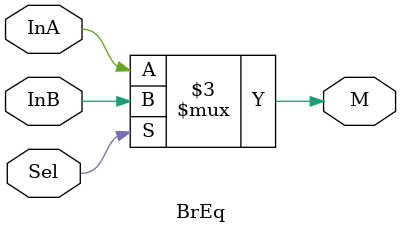
<source format=v>
`timescale 1ns / 1ps
module BrEq(
    output M,
    input Sel,
    input InA,
    input InB
    );
	
	reg M;
	
	always@(*)
	begin 
		if (Sel)
			M = InB;
		else 
			M = InA;
	end
		
endmodule

</source>
